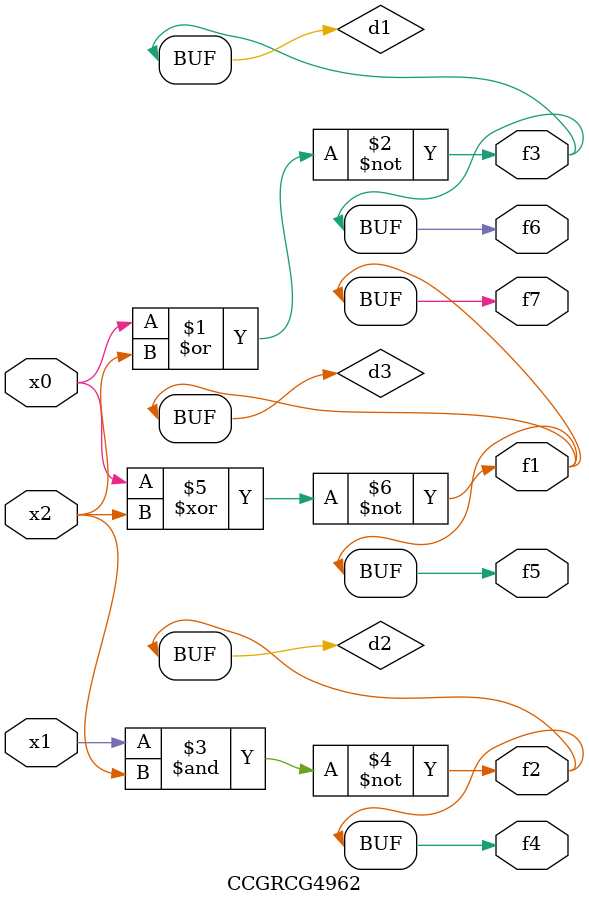
<source format=v>
module CCGRCG4962(
	input x0, x1, x2,
	output f1, f2, f3, f4, f5, f6, f7
);

	wire d1, d2, d3;

	nor (d1, x0, x2);
	nand (d2, x1, x2);
	xnor (d3, x0, x2);
	assign f1 = d3;
	assign f2 = d2;
	assign f3 = d1;
	assign f4 = d2;
	assign f5 = d3;
	assign f6 = d1;
	assign f7 = d3;
endmodule

</source>
